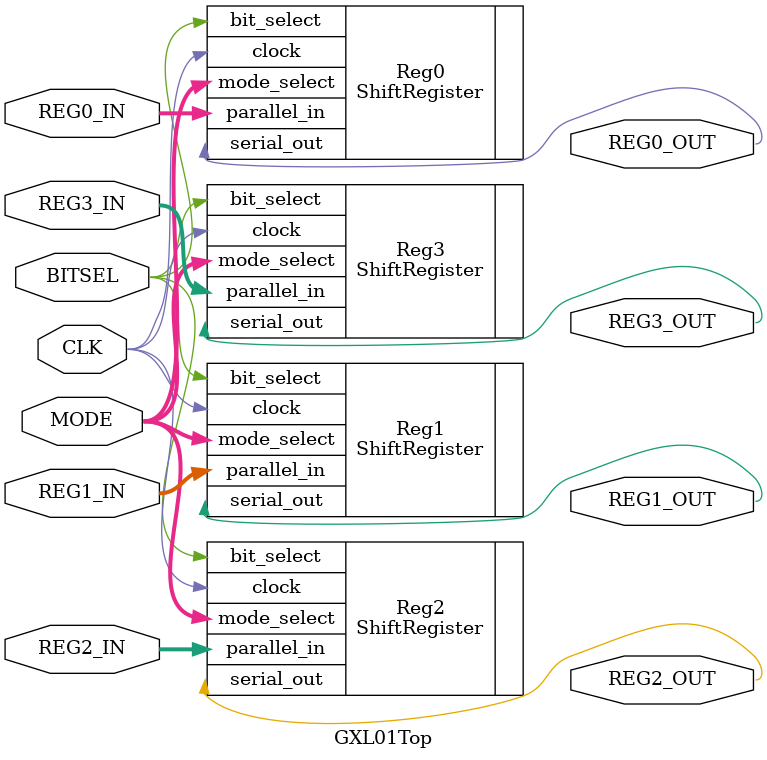
<source format=v>
module GXL01Top
(
    //Master clock
    input   wire            CLK,

    //Mode select
    input   wire    [1:0]   MODE,
    input   wire            BITSEL,

    //Ports
    input   wire    [7:0]   REG0_IN,
    input   wire    [7:0]   REG1_IN,
    input   wire    [7:0]   REG2_IN,
    input   wire    [7:0]   REG3_IN,
    output  wire            REG0_OUT,
    output  wire            REG1_OUT,
    output  wire            REG2_OUT,
    output  wire            REG3_OUT
);

ShiftRegister   Reg0    (.clock(CLK),   .mode_select(MODE), .bit_select(BITSEL),    .parallel_in(REG0_IN),  .serial_out(REG0_OUT));
ShiftRegister   Reg1    (.clock(CLK),   .mode_select(MODE), .bit_select(BITSEL),    .parallel_in(REG1_IN),  .serial_out(REG1_OUT));
ShiftRegister   Reg2    (.clock(CLK),   .mode_select(MODE), .bit_select(BITSEL),    .parallel_in(REG2_IN),  .serial_out(REG2_OUT));
ShiftRegister   Reg3    (.clock(CLK),   .mode_select(MODE), .bit_select(BITSEL),    .parallel_in(REG3_IN),  .serial_out(REG3_OUT));

endmodule
</source>
